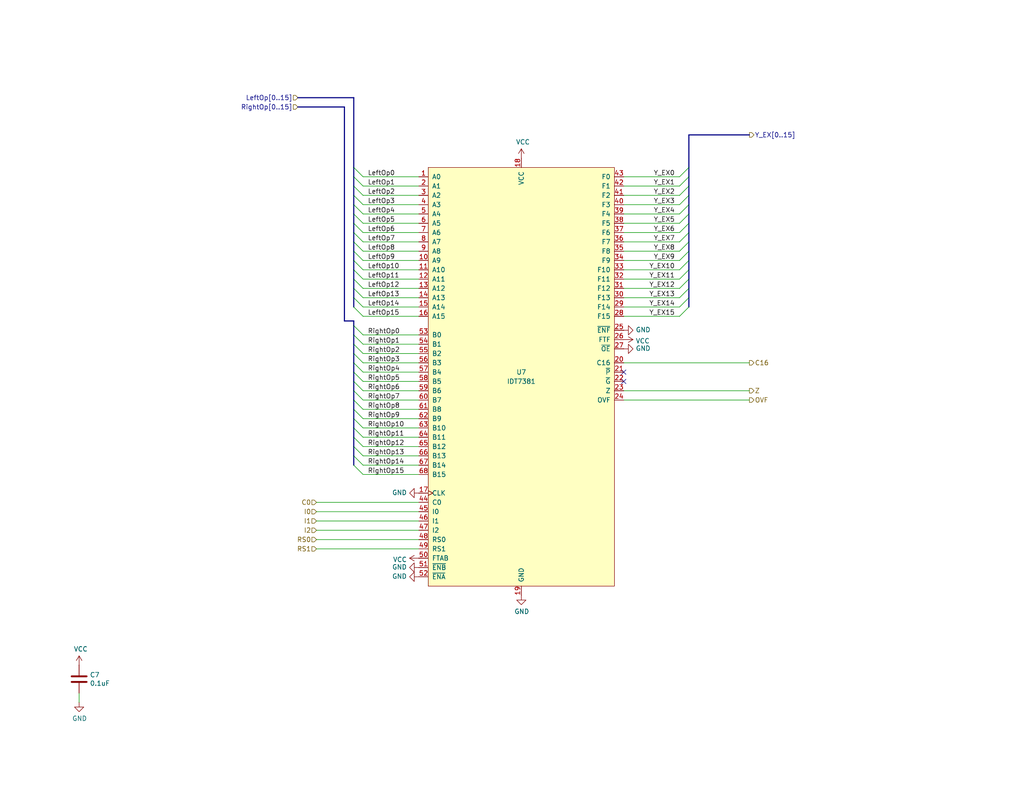
<source format=kicad_sch>
(kicad_sch (version 20250114) (generator "eeschema") (generator_version "9.0")
  (paper "USLetter")
  (title_block (title "ALU") (date "2025-07-03") (rev "A") (comment 2 "are latched in registers in other parts of the circuit.") (comment 3 "This is configured for pure combinatorial operation where operands and outputs") (comment 4 "The ALU is built around the IDT 7381 sixteen-bit monolithic ALU IC."))
  (lib_symbols
    (symbol "Device:C" (pin_numbers (hide yes)) (pin_names (offset 0.254))
      (property "Reference" "C" (at 0.635 2.54 0))
      (property "Value" "C" (at 0.635 -2.54 0))
      (symbol "C_0_1"
        (polyline (pts (xy -2.032 0.762) (xy 2.032 0.762)) (stroke (width 0.508)))
        (polyline (pts (xy -2.032 -0.762) (xy 2.032 -0.762)) (stroke (width 0.508)))
      )
      (symbol "C_1_1"
        (pin passive line (at 0 3.81 270) (length 2.794) (name "~") (number "1"))
        (pin passive line (at 0 -3.81 90) (length 2.794) (name "~") (number "2"))
      )
    )
    (symbol "Turtle16:IDT7381" (pin_names (offset 1.016))
      (symbol "IDT7381_0_1"
        (rectangle (start -25.4 57.15) (end 25.4 -57.15) (fill (type background)))
      )
      (symbol "IDT7381_1_1"
        (pin input line (at -27.94 54.61 0) (length 2.54) (name "A0") (number "1"))
        (pin input line (at -27.94 52.07 0) (length 2.54) (name "A1") (number "2"))
        (pin input line (at -27.94 49.53 0) (length 2.54) (name "A2") (number "3"))
        (pin input line (at -27.94 46.99 0) (length 2.54) (name "A3") (number "4"))
        (pin input line (at -27.94 44.45 0) (length 2.54) (name "A4") (number "5"))
        (pin input line (at -27.94 41.91 0) (length 2.54) (name "A5") (number "6"))
        (pin input line (at -27.94 39.37 0) (length 2.54) (name "A6") (number "7"))
        (pin input line (at -27.94 36.83 0) (length 2.54) (name "A7") (number "8"))
        (pin input line (at -27.94 34.29 0) (length 2.54) (name "A8") (number "9"))
        (pin input line (at -27.94 31.75 0) (length 2.54) (name "A9") (number "10"))
        (pin input line (at -27.94 29.21 0) (length 2.54) (name "A10") (number "11"))
        (pin input line (at -27.94 26.67 0) (length 2.54) (name "A11") (number "12"))
        (pin input line (at -27.94 24.13 0) (length 2.54) (name "A12") (number "13"))
        (pin input line (at -27.94 21.59 0) (length 2.54) (name "A13") (number "14"))
        (pin input line (at -27.94 19.05 0) (length 2.54) (name "A14") (number "15"))
        (pin input line (at -27.94 16.51 0) (length 2.54) (name "A15") (number "16"))
        (pin input line (at -27.94 11.43 0) (length 2.54) (name "B0") (number "53"))
        (pin input line (at -27.94 8.89 0) (length 2.54) (name "B1") (number "54"))
        (pin input line (at -27.94 6.35 0) (length 2.54) (name "B2") (number "55"))
        (pin input line (at -27.94 3.81 0) (length 2.54) (name "B3") (number "56"))
        (pin input line (at -27.94 1.27 0) (length 2.54) (name "B4") (number "57"))
        (pin input line (at -27.94 -1.27 0) (length 2.54) (name "B5") (number "58"))
        (pin input line (at -27.94 -3.81 0) (length 2.54) (name "B6") (number "59"))
        (pin input line (at -27.94 -6.35 0) (length 2.54) (name "B7") (number "60"))
        (pin input line (at -27.94 -8.89 0) (length 2.54) (name "B8") (number "61"))
        (pin input line (at -27.94 -11.43 0) (length 2.54) (name "B9") (number "62"))
        (pin input line (at -27.94 -13.97 0) (length 2.54) (name "B10") (number "63"))
        (pin input line (at -27.94 -16.51 0) (length 2.54) (name "B11") (number "64"))
        (pin input line (at -27.94 -19.05 0) (length 2.54) (name "B12") (number "65"))
        (pin input line (at -27.94 -21.59 0) (length 2.54) (name "B13") (number "66"))
        (pin input line (at -27.94 -24.13 0) (length 2.54) (name "B14") (number "67"))
        (pin input line (at -27.94 -26.67 0) (length 2.54) (name "B15") (number "68"))
        (pin input clock (at -27.94 -31.75 0) (length 2.54) (name "CLK") (number "17"))
        (pin input line (at -27.94 -34.29 0) (length 2.54) (name "C0") (number "44"))
        (pin input line (at -27.94 -36.83 0) (length 2.54) (name "I0") (number "45"))
        (pin input line (at -27.94 -39.37 0) (length 2.54) (name "I1") (number "46"))
        (pin input line (at -27.94 -41.91 0) (length 2.54) (name "I2") (number "47"))
        (pin input line (at -27.94 -44.45 0) (length 2.54) (name "RS0") (number "48"))
        (pin input line (at -27.94 -46.99 0) (length 2.54) (name "RS1") (number "49"))
        (pin input line (at -27.94 -49.53 0) (length 2.54) (name "FTAB") (number "50"))
        (pin input line (at -27.94 -52.07 0) (length 2.54) (name "~{ENB}") (number "51"))
        (pin input line (at -27.94 -54.61 0) (length 2.54) (name "~{ENA}") (number "52"))
        (pin power_in line (at 0 59.69 270) (length 2.54) (name "VCC") (number "18"))
        (pin power_in line (at 0 -59.69 90) (length 2.54) (name "GND") (number "19"))
        (pin tri_state line (at 27.94 54.61 180) (length 2.54) (name "F0") (number "43"))
        (pin tri_state line (at 27.94 52.07 180) (length 2.54) (name "F1") (number "42"))
        (pin tri_state line (at 27.94 49.53 180) (length 2.54) (name "F2") (number "41"))
        (pin tri_state line (at 27.94 46.99 180) (length 2.54) (name "F3") (number "40"))
        (pin tri_state line (at 27.94 44.45 180) (length 2.54) (name "F4") (number "39"))
        (pin tri_state line (at 27.94 41.91 180) (length 2.54) (name "F5") (number "38"))
        (pin tri_state line (at 27.94 39.37 180) (length 2.54) (name "F6") (number "37"))
        (pin tri_state line (at 27.94 36.83 180) (length 2.54) (name "F7") (number "36"))
        (pin tri_state line (at 27.94 34.29 180) (length 2.54) (name "F8") (number "35"))
        (pin tri_state line (at 27.94 31.75 180) (length 2.54) (name "F9") (number "34"))
        (pin tri_state line (at 27.94 29.21 180) (length 2.54) (name "F10") (number "33"))
        (pin tri_state line (at 27.94 26.67 180) (length 2.54) (name "F11") (number "32"))
        (pin tri_state line (at 27.94 24.13 180) (length 2.54) (name "F12") (number "31"))
        (pin tri_state line (at 27.94 21.59 180) (length 2.54) (name "F13") (number "30"))
        (pin tri_state line (at 27.94 19.05 180) (length 2.54) (name "F14") (number "29"))
        (pin tri_state line (at 27.94 16.51 180) (length 2.54) (name "F15") (number "28"))
        (pin input line (at 27.94 12.7 180) (length 2.54) (name "~{ENF}") (number "25"))
        (pin input line (at 27.94 10.16 180) (length 2.54) (name "FTF") (number "26"))
        (pin input line (at 27.94 7.62 180) (length 2.54) (name "~{OE}") (number "27"))
        (pin output line (at 27.94 3.81 180) (length 2.54) (name "C16") (number "20"))
        (pin output line (at 27.94 1.27 180) (length 2.54) (name "~{P}") (number "21"))
        (pin output line (at 27.94 -1.27 180) (length 2.54) (name "~{G}") (number "22"))
        (pin output line (at 27.94 -3.81 180) (length 2.54) (name "Z") (number "23"))
        (pin output line (at 27.94 -6.35 180) (length 2.54) (name "OVF") (number "24"))
      )
    )
    (symbol "power:GND" (power) (pin_numbers (hide yes)) (pin_names (offset 0) (hide yes))
      (property "Value" "GND" (at 0 -3.81 0))
      (symbol "GND_0_1"
        (polyline (pts (xy 0 0) (xy 0 -1.27) (xy 1.27 -1.27) (xy 0 -2.54) (xy -1.27 -1.27) (xy 0 -1.27)))
      )
      (symbol "GND_1_1"
        (pin power_in line (at 0 0 270) (length 0) (name "~") (number "1"))
      )
    )
    (symbol "power:VCC" (power) (pin_numbers (hide yes)) (pin_names (offset 0) (hide yes))
      (property "Value" "VCC" (at 0 3.556 0))
      (symbol "VCC_0_1"
        (polyline (pts (xy -0.762 1.27) (xy 0 2.54)))
        (polyline (pts (xy 0 2.54) (xy 0.762 1.27)))
        (polyline (pts (xy 0 0) (xy 0 2.54)))
      )
      (symbol "VCC_1_1"
        (pin power_in line (at 0 0 90) (length 0) (name "~") (number "1"))
      )
    )
  )
  (no_connect (at 170.18 104.14))
  (no_connect (at 170.18 101.6))
  (bus_entry (at 99.06 129.54) (size -2.54 -2.54))
  (bus_entry (at 99.06 66.04) (size -2.54 -2.54))
  (bus_entry (at 99.06 68.58) (size -2.54 -2.54))
  (bus_entry (at 99.06 99.06) (size -2.54 -2.54))
  (bus_entry (at 99.06 81.28) (size -2.54 -2.54))
  (bus_entry (at 99.06 63.5) (size -2.54 -2.54))
  (bus_entry (at 99.06 76.2) (size -2.54 -2.54))
  (bus_entry (at 99.06 55.88) (size -2.54 -2.54))
  (bus_entry (at 99.06 111.76) (size -2.54 -2.54))
  (bus_entry (at 99.06 93.98) (size -2.54 -2.54))
  (bus_entry (at 99.06 73.66) (size -2.54 -2.54))
  (bus_entry (at 99.06 127) (size -2.54 -2.54))
  (bus_entry (at 99.06 83.82) (size -2.54 -2.54))
  (bus_entry (at 99.06 71.12) (size -2.54 -2.54))
  (bus_entry (at 185.42 58.42) (size 2.54 -2.54))
  (bus_entry (at 99.06 48.26) (size -2.54 -2.54))
  (bus_entry (at 185.42 50.8) (size 2.54 -2.54))
  (bus_entry (at 99.06 58.42) (size -2.54 -2.54))
  (bus_entry (at 185.42 83.82) (size 2.54 -2.54))
  (bus_entry (at 99.06 50.8) (size -2.54 -2.54))
  (bus_entry (at 99.06 86.36) (size -2.54 -2.54))
  (bus_entry (at 99.06 78.74) (size -2.54 -2.54))
  (bus_entry (at 185.42 55.88) (size 2.54 -2.54))
  (bus_entry (at 99.06 104.14) (size -2.54 -2.54))
  (bus_entry (at 99.06 121.92) (size -2.54 -2.54))
  (bus_entry (at 99.06 101.6) (size -2.54 -2.54))
  (bus_entry (at 99.06 60.96) (size -2.54 -2.54))
  (bus_entry (at 185.42 78.74) (size 2.54 -2.54))
  (bus_entry (at 99.06 96.52) (size -2.54 -2.54))
  (bus_entry (at 99.06 106.68) (size -2.54 -2.54))
  (bus_entry (at 99.06 116.84) (size -2.54 -2.54))
  (bus_entry (at 99.06 124.46) (size -2.54 -2.54))
  (bus_entry (at 99.06 53.34) (size -2.54 -2.54))
  (bus_entry (at 185.42 76.2) (size 2.54 -2.54))
  (bus_entry (at 185.42 53.34) (size 2.54 -2.54))
  (bus_entry (at 185.42 71.12) (size 2.54 -2.54))
  (bus_entry (at 185.42 73.66) (size 2.54 -2.54))
  (bus_entry (at 99.06 119.38) (size -2.54 -2.54))
  (bus_entry (at 185.42 66.04) (size 2.54 -2.54))
  (bus_entry (at 185.42 81.28) (size 2.54 -2.54))
  (bus_entry (at 185.42 86.36) (size 2.54 -2.54))
  (bus_entry (at 185.42 68.58) (size 2.54 -2.54))
  (bus_entry (at 99.06 109.22) (size -2.54 -2.54))
  (bus_entry (at 185.42 63.5) (size 2.54 -2.54))
  (bus_entry (at 185.42 60.96) (size 2.54 -2.54))
  (bus_entry (at 99.06 114.3) (size -2.54 -2.54))
  (bus_entry (at 99.06 91.44) (size -2.54 -2.54))
  (bus_entry (at 185.42 48.26) (size 2.54 -2.54))
  (bus (pts (xy 187.96 63.5) (xy 187.96 66.04)))
  (bus (pts (xy 96.52 76.2) (xy 96.52 78.74)))
  (wire (pts (xy 185.42 58.42) (xy 170.18 58.42)))
  (wire (pts (xy 99.06 106.68) (xy 114.3 106.68)))
  (bus (pts (xy 187.96 78.74) (xy 187.96 81.28)))
  (wire (pts (xy 21.59 191.77) (xy 21.59 189.23)))
  (wire (pts (xy 185.42 48.26) (xy 170.18 48.26)))
  (bus (pts (xy 187.96 48.26) (xy 187.96 50.8)))
  (wire (pts (xy 185.42 60.96) (xy 170.18 60.96)))
  (wire (pts (xy 170.18 109.22) (xy 204.47 109.22)))
  (bus (pts (xy 187.96 68.58) (xy 187.96 71.12)))
  (bus (pts (xy 187.96 55.88) (xy 187.96 58.42)))
  (wire (pts (xy 185.42 83.82) (xy 170.18 83.82)))
  (bus (pts (xy 96.52 81.28) (xy 96.52 83.82)))
  (wire (pts (xy 99.06 76.2) (xy 114.3 76.2)))
  (bus (pts (xy 93.98 87.63) (xy 96.52 87.63)))
  (bus (pts (xy 187.96 45.72) (xy 187.96 48.26)))
  (bus (pts (xy 187.96 58.42) (xy 187.96 60.96)))
  (bus (pts (xy 96.52 71.12) (xy 96.52 73.66)))
  (bus (pts (xy 96.52 96.52) (xy 96.52 99.06)))
  (wire (pts (xy 99.06 83.82) (xy 114.3 83.82)))
  (bus (pts (xy 96.52 55.88) (xy 96.52 58.42)))
  (bus (pts (xy 96.52 26.67) (xy 96.52 45.72)))
  (wire (pts (xy 185.42 63.5) (xy 170.18 63.5)))
  (wire (pts (xy 99.06 63.5) (xy 114.3 63.5)))
  (wire (pts (xy 99.06 68.58) (xy 114.3 68.58)))
  (wire (pts (xy 114.3 142.24) (xy 86.36 142.24)))
  (wire (pts (xy 185.42 76.2) (xy 170.18 76.2)))
  (wire (pts (xy 99.06 99.06) (xy 114.3 99.06)))
  (bus (pts (xy 96.52 101.6) (xy 96.52 104.14)))
  (wire (pts (xy 99.06 73.66) (xy 114.3 73.66)))
  (wire (pts (xy 99.06 50.8) (xy 114.3 50.8)))
  (bus (pts (xy 96.52 111.76) (xy 96.52 114.3)))
  (wire (pts (xy 185.42 66.04) (xy 170.18 66.04)))
  (bus (pts (xy 96.52 58.42) (xy 96.52 60.96)))
  (bus (pts (xy 96.52 63.5) (xy 96.52 66.04)))
  (bus (pts (xy 187.96 73.66) (xy 187.96 76.2)))
  (bus (pts (xy 96.52 60.96) (xy 96.52 63.5)))
  (wire (pts (xy 99.06 78.74) (xy 114.3 78.74)))
  (wire (pts (xy 99.06 109.22) (xy 114.3 109.22)))
  (wire (pts (xy 99.06 58.42) (xy 114.3 58.42)))
  (bus (pts (xy 96.52 99.06) (xy 96.52 101.6)))
  (bus (pts (xy 96.52 50.8) (xy 96.52 53.34)))
  (wire (pts (xy 185.42 86.36) (xy 170.18 86.36)))
  (wire (pts (xy 185.42 53.34) (xy 170.18 53.34)))
  (bus (pts (xy 96.52 66.04) (xy 96.52 68.58)))
  (bus (pts (xy 96.52 119.38) (xy 96.52 121.92)))
  (wire (pts (xy 99.06 71.12) (xy 114.3 71.12)))
  (wire (pts (xy 99.06 116.84) (xy 114.3 116.84)))
  (bus (pts (xy 96.52 87.63) (xy 96.52 88.9)))
  (bus (pts (xy 96.52 68.58) (xy 96.52 71.12)))
  (bus (pts (xy 96.52 48.26) (xy 96.52 50.8)))
  (wire (pts (xy 99.06 124.46) (xy 114.3 124.46)))
  (wire (pts (xy 99.06 101.6) (xy 114.3 101.6)))
  (bus (pts (xy 187.96 76.2) (xy 187.96 78.74)))
  (wire (pts (xy 185.42 73.66) (xy 170.18 73.66)))
  (wire (pts (xy 99.06 121.92) (xy 114.3 121.92)))
  (wire (pts (xy 99.06 48.26) (xy 114.3 48.26)))
  (wire (pts (xy 99.06 91.44) (xy 114.3 91.44)))
  (bus (pts (xy 96.52 124.46) (xy 96.52 127)))
  (bus (pts (xy 96.52 93.98) (xy 96.52 96.52)))
  (bus (pts (xy 187.96 36.83) (xy 187.96 45.72)))
  (bus (pts (xy 96.52 116.84) (xy 96.52 119.38)))
  (bus (pts (xy 96.52 88.9) (xy 96.52 91.44)))
  (bus (pts (xy 96.52 73.66) (xy 96.52 76.2)))
  (wire (pts (xy 99.06 111.76) (xy 114.3 111.76)))
  (wire (pts (xy 99.06 93.98) (xy 114.3 93.98)))
  (bus (pts (xy 96.52 104.14) (xy 96.52 106.68)))
  (wire (pts (xy 170.18 106.68) (xy 204.47 106.68)))
  (wire (pts (xy 99.06 81.28) (xy 114.3 81.28)))
  (bus (pts (xy 96.52 78.74) (xy 96.52 81.28)))
  (wire (pts (xy 99.06 127) (xy 114.3 127)))
  (bus (pts (xy 96.52 45.72) (xy 96.52 48.26)))
  (bus (pts (xy 204.47 36.83) (xy 187.96 36.83)))
  (bus (pts (xy 187.96 50.8) (xy 187.96 53.34)))
  (wire (pts (xy 185.42 68.58) (xy 170.18 68.58)))
  (bus (pts (xy 187.96 71.12) (xy 187.96 73.66)))
  (bus (pts (xy 187.96 66.04) (xy 187.96 68.58)))
  (wire (pts (xy 99.06 66.04) (xy 114.3 66.04)))
  (bus (pts (xy 96.52 53.34) (xy 96.52 55.88)))
  (wire (pts (xy 185.42 50.8) (xy 170.18 50.8)))
  (bus (pts (xy 96.52 109.22) (xy 96.52 111.76)))
  (wire (pts (xy 99.06 86.36) (xy 114.3 86.36)))
  (bus (pts (xy 187.96 81.28) (xy 187.96 83.82)))
  (bus (pts (xy 93.98 29.21) (xy 93.98 87.63)))
  (wire (pts (xy 185.42 81.28) (xy 170.18 81.28)))
  (bus (pts (xy 96.52 106.68) (xy 96.52 109.22)))
  (wire (pts (xy 99.06 96.52) (xy 114.3 96.52)))
  (wire (pts (xy 185.42 78.74) (xy 170.18 78.74)))
  (bus (pts (xy 96.52 114.3) (xy 96.52 116.84)))
  (wire (pts (xy 86.36 137.16) (xy 114.3 137.16)))
  (bus (pts (xy 96.52 121.92) (xy 96.52 124.46)))
  (wire (pts (xy 99.06 114.3) (xy 114.3 114.3)))
  (wire (pts (xy 99.06 119.38) (xy 114.3 119.38)))
  (wire (pts (xy 99.06 104.14) (xy 114.3 104.14)))
  (wire (pts (xy 99.06 55.88) (xy 114.3 55.88)))
  (wire (pts (xy 114.3 144.78) (xy 86.36 144.78)))
  (wire (pts (xy 99.06 60.96) (xy 114.3 60.96)))
  (wire (pts (xy 114.3 147.32) (xy 86.36 147.32)))
  (wire (pts (xy 114.3 139.7) (xy 86.36 139.7)))
  (wire (pts (xy 170.18 99.06) (xy 204.47 99.06)))
  (bus (pts (xy 93.98 29.21) (xy 81.28 29.21)))
  (wire (pts (xy 114.3 149.86) (xy 86.36 149.86)))
  (wire (pts (xy 99.06 129.54) (xy 114.3 129.54)))
  (wire (pts (xy 99.06 53.34) (xy 114.3 53.34)))
  (wire (pts (xy 185.42 55.88) (xy 170.18 55.88)))
  (bus (pts (xy 96.52 91.44) (xy 96.52 93.98)))
  (wire (pts (xy 185.42 71.12) (xy 170.18 71.12)))
  (bus (pts (xy 187.96 53.34) (xy 187.96 55.88)))
  (bus (pts (xy 96.52 26.67) (xy 81.28 26.67)))
  (bus (pts (xy 187.96 60.96) (xy 187.96 63.5)))
  (label "RightOp13" (at 100.33 124.46 0))
  (label "RightOp2" (at 100.33 96.52 0))
  (label "Y_EX6" (at 184.15 63.5 180))
  (label "Y_EX3" (at 184.15 55.88 180))
  (label "Y_EX14" (at 184.15 83.82 180))
  (label "Y_EX13" (at 184.15 81.28 180))
  (label "Y_EX11" (at 184.15 76.2 180))
  (label "RightOp14" (at 100.33 127 0))
  (label "LeftOp11" (at 100.33 76.2 0))
  (label "LeftOp15" (at 100.33 86.36 0))
  (label "LeftOp0" (at 100.33 48.26 0))
  (label "Y_EX5" (at 184.15 60.96 180))
  (label "RightOp3" (at 100.33 99.06 0))
  (label "LeftOp9" (at 100.33 71.12 0))
  (label "RightOp1" (at 100.33 93.98 0))
  (label "RightOp11" (at 100.33 119.38 0))
  (label "LeftOp6" (at 100.33 63.5 0))
  (label "LeftOp13" (at 100.33 81.28 0))
  (label "LeftOp10" (at 100.33 73.66 0))
  (label "RightOp0" (at 100.33 91.44 0))
  (label "RightOp5" (at 100.33 104.14 0))
  (label "Y_EX10" (at 184.15 73.66 180))
  (label "RightOp7" (at 100.33 109.22 0))
  (label "LeftOp1" (at 100.33 50.8 0))
  (label "Y_EX4" (at 184.15 58.42 180))
  (label "Y_EX9" (at 184.15 71.12 180))
  (label "Y_EX7" (at 184.15 66.04 180))
  (label "Y_EX1" (at 184.15 50.8 180))
  (label "LeftOp12" (at 100.33 78.74 0))
  (label "Y_EX8" (at 184.15 68.58 180))
  (label "Y_EX2" (at 184.15 53.34 180))
  (label "Y_EX12" (at 184.15 78.74 180))
  (label "RightOp10" (at 100.33 116.84 0))
  (label "LeftOp4" (at 100.33 58.42 0))
  (label "LeftOp14" (at 100.33 83.82 0))
  (label "LeftOp3" (at 100.33 55.88 0))
  (label "RightOp9" (at 100.33 114.3 0))
  (label "Y_EX0" (at 184.15 48.26 180))
  (label "Y_EX15" (at 184.15 86.36 180))
  (label "LeftOp2" (at 100.33 53.34 0))
  (label "LeftOp5" (at 100.33 60.96 0))
  (label "RightOp12" (at 100.33 121.92 0))
  (label "RightOp4" (at 100.33 101.6 0))
  (label "RightOp8" (at 100.33 111.76 0))
  (label "RightOp6" (at 100.33 106.68 0))
  (label "RightOp15" (at 100.33 129.54 0))
  (label "LeftOp8" (at 100.33 68.58 0))
  (label "LeftOp7" (at 100.33 66.04 0))
  (hierarchical_label "Y_EX[0..15]" (shape output) (at 204.47 36.83 0))
  (hierarchical_label "RS0" (shape input) (at 86.36 147.32 180))
  (hierarchical_label "Z" (shape output) (at 204.47 106.68 0))
  (hierarchical_label "RightOp[0..15]" (shape input) (at 81.28 29.21 180))
  (hierarchical_label "RS1" (shape input) (at 86.36 149.86 180))
  (hierarchical_label "I1" (shape input) (at 86.36 142.24 180))
  (hierarchical_label "I2" (shape input) (at 86.36 144.78 180))
  (hierarchical_label "C16" (shape output) (at 204.47 99.06 0))
  (hierarchical_label "LeftOp[0..15]" (shape input) (at 81.28 26.67 180))
  (hierarchical_label "C0" (shape input) (at 86.36 137.16 180))
  (hierarchical_label "I0" (shape input) (at 86.36 139.7 180))
  (hierarchical_label "OVF" (shape output) (at 204.47 109.22 0))
  (symbol (lib_id "Device:C") (at 21.59 185.42 0) (unit 1)
    (property "Reference" "C7" (at 24.511 184.2516 0) (effects (justify left)))
    (property "Value" "0.1uF" (at 24.511 186.563 0) (effects (justify left)))
    (property "Footprint" "Capacitor_SMD:C_0603_1608Metric" (effects (hide yes)))
    (property "Datasheet" "https://www.mouser.com/datasheet/2/396/taiyo_yuden_12132018_mlcc11_hq_e-1510082.pdf" (effects (hide yes)))
    (property "Manufacturer" "Taiyo Yuden" (effects (hide yes)))
    (property "Manufacturer#" "EMK107B7104KAHT" (effects (hide yes)))
    (property "Mouser#" "963-EMK107B7104KAHT" (effects (hide yes)))
    (property "Digikey#" "587-6004-1-ND" (effects (hide yes)))
  )
  (symbol (lib_id "power:VCC") (at 21.59 181.61 0) (unit 1)
    (property "Reference" "#PWR029" (effects (hide yes)))
    (property "Value" "VCC" (at 22.0218 177.2158 0))
    (property "Description" "Power symbol creates a global label with name \"VCC\"" (effects (hide yes)))
  )
  (symbol (lib_id "power:GND") (at 21.59 191.77 0) (unit 1)
    (property "Reference" "#PWR030" (effects (hide yes)))
    (property "Value" "GND" (at 21.717 196.1642 0))
    (property "Description" "Power symbol creates a global label with name \"GND\" , ground" (effects (hide yes)))
  )
  (symbol (lib_id "Turtle16:IDT7381") (at 142.24 102.87 0) (unit 1)
    (property "Reference" "U7" (at 142.24 101.6 0))
    (property "Value" "IDT7381" (at 142.24 104.14 0))
    (property "Footprint" "Package_LCC:PLCC-68_SMD-Socket" (effects (hide yes)))
    (property "Datasheet" "https://www.mouser.com/datasheet/2/1/62074255ead63bd7ee299038194cccf20f500ef4-2950939.pdf" (effects (hide yes)))
    (property "Manufacturer" "3M" (effects (hide yes)))
    (property "Manufacturer#" "8468-21B1-RK-TP" (effects (hide yes)))
    (property "Mouser#" "517-8468-21B1-RK-TP" (effects (hide yes)))
    (property "Digikey#" "3M6821B1-ND" (effects (hide yes)))
  )
  (symbol (lib_id "power:VCC") (at 142.24 43.18 0) (unit 1)
    (property "Reference" "#PWR035" (effects (hide yes)))
    (property "Value" "VCC" (at 142.6718 38.7858 0))
    (property "Description" "Power symbol creates a global label with name \"VCC\"" (effects (hide yes)))
  )
  (symbol (lib_id "power:GND") (at 142.24 162.56 0) (unit 1)
    (property "Reference" "#PWR036" (effects (hide yes)))
    (property "Value" "GND" (at 142.367 166.9542 0))
    (property "Description" "Power symbol creates a global label with name \"GND\" , ground" (effects (hide yes)))
  )
  (symbol (lib_id "power:GND") (at 170.18 90.17 90) (unit 1)
    (property "Reference" "#PWR037" (effects (hide yes)))
    (property "Value" "GND" (at 173.4312 90.043 90) (effects (justify right)))
    (property "Description" "Power symbol creates a global label with name \"GND\" , ground" (effects (hide yes)))
  )
  (symbol (lib_id "power:GND") (at 114.3 154.94 270) (mirror x) (unit 1)
    (property "Reference" "#PWR033" (effects (hide yes)))
    (property "Value" "GND" (at 111.0488 154.813 90) (effects (justify right)))
    (property "Description" "Power symbol creates a global label with name \"GND\" , ground" (effects (hide yes)))
  )
  (symbol (lib_id "power:GND") (at 114.3 157.48 270) (mirror x) (unit 1)
    (property "Reference" "#PWR034" (effects (hide yes)))
    (property "Value" "GND" (at 111.0488 157.353 90) (effects (justify right)))
    (property "Description" "Power symbol creates a global label with name \"GND\" , ground" (effects (hide yes)))
  )
  (symbol (lib_id "power:VCC") (at 170.18 92.71 270) (unit 1)
    (property "Reference" "#PWR038" (effects (hide yes)))
    (property "Value" "VCC" (at 173.4312 93.091 90) (effects (justify left)))
    (property "Description" "Power symbol creates a global label with name \"VCC\"" (effects (hide yes)))
  )
  (symbol (lib_id "power:GND") (at 114.3 134.62 270) (mirror x) (unit 1)
    (property "Reference" "#PWR031" (effects (hide yes)))
    (property "Value" "GND" (at 111.0488 134.493 90) (effects (justify right)))
    (property "Description" "Power symbol creates a global label with name \"GND\" , ground" (effects (hide yes)))
  )
  (symbol (lib_id "power:VCC") (at 114.3 152.4 90) (mirror x) (unit 1)
    (property "Reference" "#PWR032" (effects (hide yes)))
    (property "Value" "VCC" (at 111.0488 152.781 90) (effects (justify left)))
    (property "Description" "Power symbol creates a global label with name \"VCC\"" (effects (hide yes)))
  )
  (symbol (lib_id "power:GND") (at 170.18 95.25 90) (unit 1)
    (property "Reference" "#PWR039" (effects (hide yes)))
    (property "Value" "GND" (at 173.4312 95.123 90) (effects (justify right)))
    (property "Description" "Power symbol creates a global label with name \"GND\" , ground" (effects (hide yes)))
  )
)
</source>
